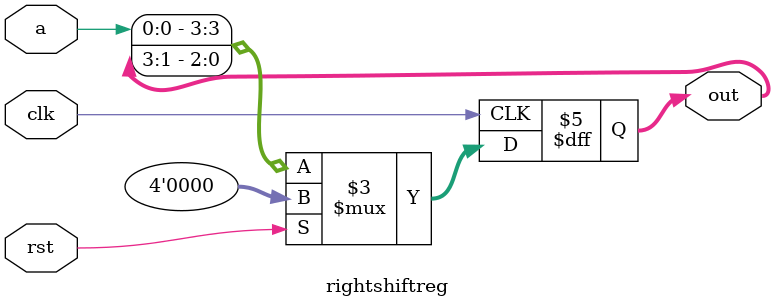
<source format=v>
module rightshiftreg (clk,rst,a,out);
    input wire clk;
    input wire rst;
    input wire a;
    
    output reg [3:0] out;

    always@(posedge clk)begin
        if(rst)begin
            out <= 4'b0000;
        end
        else begin
            out <= {a,out[3:1]};
        end
    end
endmodule
</source>
